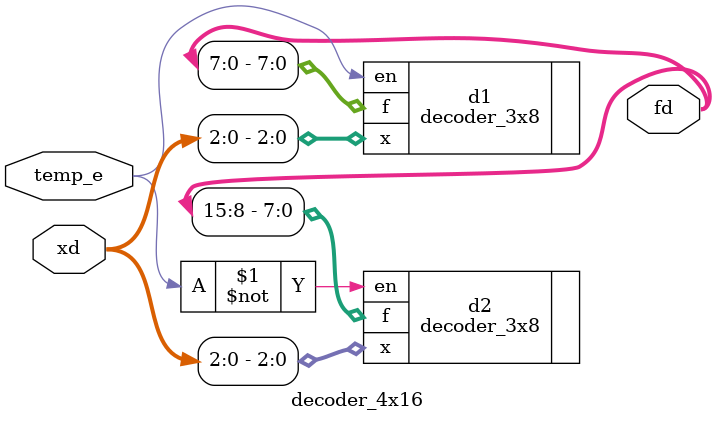
<source format=v>
`timescale 1ns / 1ps
`include "decoder_3x8.v"


module decoder_4x16(
    input [3:0]xd,// its 4 bit so I decided to use 4 bit bu  I haven't use last bit (8) I dunno why I have decleare like that probably just want to feel good
    input temp_e,
    output [15:0]fd   );
    decoder_3x8 d1(.x(xd[2:0]),.en(temp_e),.f(fd[7:0]));//our d1 object(?) one of the 3x8 otherone in the below
    decoder_3x8 d2(.x(xd[2:0]),.en(~temp_e),.f(fd[15:8]));//our d2 object
endmodule

</source>
